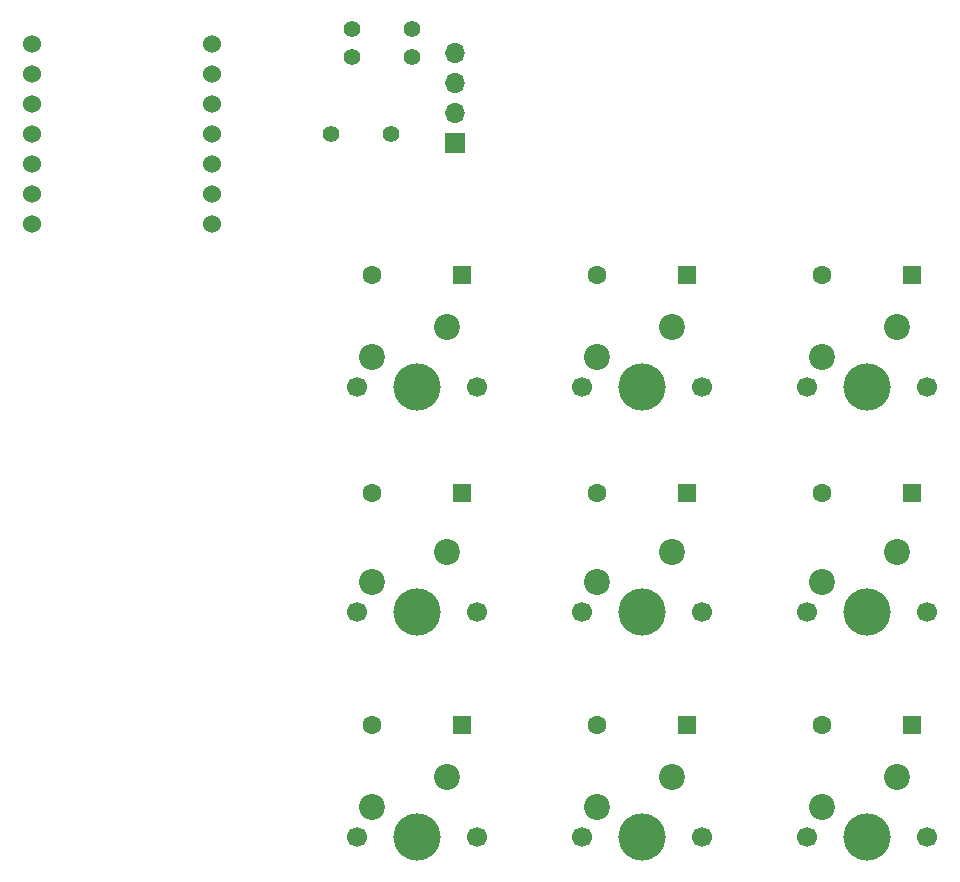
<source format=gbr>
%TF.GenerationSoftware,KiCad,Pcbnew,9.0.6*%
%TF.CreationDate,2025-12-07T14:47:39+00:00*%
%TF.ProjectId,RP-00,52502d30-302e-46b6-9963-61645f706362,rev?*%
%TF.SameCoordinates,Original*%
%TF.FileFunction,Soldermask,Bot*%
%TF.FilePolarity,Negative*%
%FSLAX46Y46*%
G04 Gerber Fmt 4.6, Leading zero omitted, Abs format (unit mm)*
G04 Created by KiCad (PCBNEW 9.0.6) date 2025-12-07 14:47:39*
%MOMM*%
%LPD*%
G01*
G04 APERTURE LIST*
G04 Aperture macros list*
%AMRoundRect*
0 Rectangle with rounded corners*
0 $1 Rounding radius*
0 $2 $3 $4 $5 $6 $7 $8 $9 X,Y pos of 4 corners*
0 Add a 4 corners polygon primitive as box body*
4,1,4,$2,$3,$4,$5,$6,$7,$8,$9,$2,$3,0*
0 Add four circle primitives for the rounded corners*
1,1,$1+$1,$2,$3*
1,1,$1+$1,$4,$5*
1,1,$1+$1,$6,$7*
1,1,$1+$1,$8,$9*
0 Add four rect primitives between the rounded corners*
20,1,$1+$1,$2,$3,$4,$5,0*
20,1,$1+$1,$4,$5,$6,$7,0*
20,1,$1+$1,$6,$7,$8,$9,0*
20,1,$1+$1,$8,$9,$2,$3,0*%
G04 Aperture macros list end*
%ADD10C,1.400000*%
%ADD11C,1.700000*%
%ADD12C,4.000000*%
%ADD13C,2.200000*%
%ADD14C,1.524000*%
%ADD15R,1.700000X1.700000*%
%ADD16O,1.700000X1.700000*%
%ADD17RoundRect,0.250000X0.550000X0.550000X-0.550000X0.550000X-0.550000X-0.550000X0.550000X-0.550000X0*%
%ADD18C,1.600000*%
G04 APERTURE END LIST*
D10*
%TO.C,R1*%
X106045000Y-50165150D03*
X111125000Y-50165150D03*
%TD*%
%TO.C,R2*%
X112910900Y-43616550D03*
X107830900Y-43616550D03*
%TD*%
D11*
%TO.C,SW6*%
X127318000Y-109697250D03*
D12*
X132398000Y-109697250D03*
D11*
X137478000Y-109697250D03*
D13*
X134938000Y-104617250D03*
X128588000Y-107157250D03*
%TD*%
D11*
%TO.C,SW4*%
X127318000Y-71597250D03*
D12*
X132398000Y-71597250D03*
D11*
X137478000Y-71597250D03*
D13*
X134938000Y-66517250D03*
X128588000Y-69057250D03*
%TD*%
D10*
%TO.C,R3*%
X112910900Y-41235350D03*
X107830900Y-41235350D03*
%TD*%
D14*
%TO.C,U1*%
X80724800Y-42544850D03*
X80724800Y-45084850D03*
X80724800Y-47624850D03*
X80724800Y-50164850D03*
X80724800Y-52704850D03*
X80724800Y-55244850D03*
X80724800Y-57784850D03*
X95964800Y-57784850D03*
X95964800Y-55244850D03*
X95964800Y-52704850D03*
X95964800Y-50164850D03*
X95964800Y-47624850D03*
X95964800Y-45084850D03*
X95964800Y-42544850D03*
%TD*%
D11*
%TO.C,SW5*%
X127318000Y-90647250D03*
D12*
X132398000Y-90647250D03*
D11*
X137478000Y-90647250D03*
D13*
X134938000Y-85567250D03*
X128588000Y-88107250D03*
%TD*%
D11*
%TO.C,SW9*%
X146368000Y-109697250D03*
D12*
X151448000Y-109697250D03*
D11*
X156528000Y-109697250D03*
D13*
X153988000Y-104617250D03*
X147638000Y-107157250D03*
%TD*%
D15*
%TO.C,J1*%
X116567900Y-50883350D03*
D16*
X116567900Y-48343350D03*
X116567900Y-45803350D03*
X116567900Y-43263350D03*
%TD*%
D11*
%TO.C,SW2*%
X108268000Y-90647250D03*
D12*
X113348000Y-90647250D03*
D11*
X118428000Y-90647250D03*
D13*
X115888000Y-85567250D03*
X109538000Y-88107250D03*
%TD*%
D11*
%TO.C,SW8*%
X146368000Y-90647250D03*
D12*
X151448000Y-90647250D03*
D11*
X156528000Y-90647250D03*
D13*
X153988000Y-85567250D03*
X147638000Y-88107250D03*
%TD*%
D11*
%TO.C,SW3*%
X108268000Y-109697250D03*
D12*
X113348000Y-109697250D03*
D11*
X118428000Y-109697250D03*
D13*
X115888000Y-104617250D03*
X109538000Y-107157250D03*
%TD*%
D11*
%TO.C,SW1*%
X108268000Y-71597250D03*
D12*
X113348000Y-71597250D03*
D11*
X118428000Y-71597250D03*
D13*
X115888000Y-66517250D03*
X109538000Y-69057250D03*
%TD*%
D11*
%TO.C,SW7*%
X146368000Y-71597250D03*
D12*
X151448000Y-71597250D03*
D11*
X156528000Y-71597250D03*
D13*
X153988000Y-66517250D03*
X147638000Y-69057250D03*
%TD*%
D17*
%TO.C,Diode3*%
X117157984Y-100171298D03*
D18*
X109537984Y-100171298D03*
%TD*%
D17*
%TO.C,Diode9*%
X155258016Y-100171298D03*
D18*
X147638016Y-100171298D03*
%TD*%
D17*
%TO.C,Diode8*%
X155258016Y-80525969D03*
D18*
X147638016Y-80525969D03*
%TD*%
D17*
%TO.C,Diode1*%
X117157504Y-62071266D03*
D18*
X109537504Y-62071266D03*
%TD*%
D17*
%TO.C,Diode4*%
X136208000Y-62071266D03*
D18*
X128588000Y-62071266D03*
%TD*%
D17*
%TO.C,Diode2*%
X117157984Y-80525969D03*
D18*
X109537984Y-80525969D03*
%TD*%
D17*
%TO.C,Diode5*%
X136208000Y-80525969D03*
D18*
X128588000Y-80525969D03*
%TD*%
D17*
%TO.C,Diode6*%
X136208000Y-100171298D03*
D18*
X128588000Y-100171298D03*
%TD*%
D17*
%TO.C,Diode7*%
X155258016Y-62071266D03*
D18*
X147638016Y-62071266D03*
%TD*%
M02*

</source>
